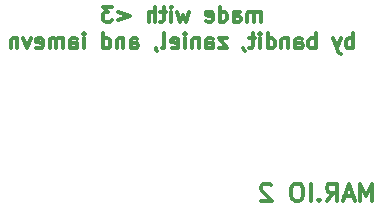
<source format=gbr>
%TF.GenerationSoftware,KiCad,Pcbnew,(5.1.10)-1*%
%TF.CreationDate,2021-05-17T00:39:45-05:00*%
%TF.ProjectId,mario2,6d617269-6f32-42e6-9b69-6361645f7063,rev?*%
%TF.SameCoordinates,Original*%
%TF.FileFunction,Legend,Bot*%
%TF.FilePolarity,Positive*%
%FSLAX46Y46*%
G04 Gerber Fmt 4.6, Leading zero omitted, Abs format (unit mm)*
G04 Created by KiCad (PCBNEW (5.1.10)-1) date 2021-05-17 00:39:45*
%MOMM*%
%LPD*%
G01*
G04 APERTURE LIST*
%ADD10C,0.300000*%
G04 APERTURE END LIST*
D10*
X113334761Y-80743095D02*
X113334761Y-79876428D01*
X113334761Y-80000238D02*
X113272857Y-79938333D01*
X113149047Y-79876428D01*
X112963333Y-79876428D01*
X112839523Y-79938333D01*
X112777619Y-80062142D01*
X112777619Y-80743095D01*
X112777619Y-80062142D02*
X112715714Y-79938333D01*
X112591904Y-79876428D01*
X112406190Y-79876428D01*
X112282380Y-79938333D01*
X112220476Y-80062142D01*
X112220476Y-80743095D01*
X111044285Y-80743095D02*
X111044285Y-80062142D01*
X111106190Y-79938333D01*
X111230000Y-79876428D01*
X111477619Y-79876428D01*
X111601428Y-79938333D01*
X111044285Y-80681190D02*
X111168095Y-80743095D01*
X111477619Y-80743095D01*
X111601428Y-80681190D01*
X111663333Y-80557380D01*
X111663333Y-80433571D01*
X111601428Y-80309761D01*
X111477619Y-80247857D01*
X111168095Y-80247857D01*
X111044285Y-80185952D01*
X109868095Y-80743095D02*
X109868095Y-79443095D01*
X109868095Y-80681190D02*
X109991904Y-80743095D01*
X110239523Y-80743095D01*
X110363333Y-80681190D01*
X110425238Y-80619285D01*
X110487142Y-80495476D01*
X110487142Y-80124047D01*
X110425238Y-80000238D01*
X110363333Y-79938333D01*
X110239523Y-79876428D01*
X109991904Y-79876428D01*
X109868095Y-79938333D01*
X108753809Y-80681190D02*
X108877619Y-80743095D01*
X109125238Y-80743095D01*
X109249047Y-80681190D01*
X109310952Y-80557380D01*
X109310952Y-80062142D01*
X109249047Y-79938333D01*
X109125238Y-79876428D01*
X108877619Y-79876428D01*
X108753809Y-79938333D01*
X108691904Y-80062142D01*
X108691904Y-80185952D01*
X109310952Y-80309761D01*
X107268095Y-79876428D02*
X107020476Y-80743095D01*
X106772857Y-80124047D01*
X106525238Y-80743095D01*
X106277619Y-79876428D01*
X105782380Y-80743095D02*
X105782380Y-79876428D01*
X105782380Y-79443095D02*
X105844285Y-79505000D01*
X105782380Y-79566904D01*
X105720476Y-79505000D01*
X105782380Y-79443095D01*
X105782380Y-79566904D01*
X105349047Y-79876428D02*
X104853809Y-79876428D01*
X105163333Y-79443095D02*
X105163333Y-80557380D01*
X105101428Y-80681190D01*
X104977619Y-80743095D01*
X104853809Y-80743095D01*
X104420476Y-80743095D02*
X104420476Y-79443095D01*
X103863333Y-80743095D02*
X103863333Y-80062142D01*
X103925238Y-79938333D01*
X104049047Y-79876428D01*
X104234761Y-79876428D01*
X104358571Y-79938333D01*
X104420476Y-80000238D01*
X101263333Y-79876428D02*
X102253809Y-80247857D01*
X101263333Y-80619285D01*
X100768095Y-79443095D02*
X99963333Y-79443095D01*
X100396666Y-79938333D01*
X100210952Y-79938333D01*
X100087142Y-80000238D01*
X100025238Y-80062142D01*
X99963333Y-80185952D01*
X99963333Y-80495476D01*
X100025238Y-80619285D01*
X100087142Y-80681190D01*
X100210952Y-80743095D01*
X100582380Y-80743095D01*
X100706190Y-80681190D01*
X100768095Y-80619285D01*
X121165714Y-82993095D02*
X121165714Y-81693095D01*
X121165714Y-82188333D02*
X121041904Y-82126428D01*
X120794285Y-82126428D01*
X120670476Y-82188333D01*
X120608571Y-82250238D01*
X120546666Y-82374047D01*
X120546666Y-82745476D01*
X120608571Y-82869285D01*
X120670476Y-82931190D01*
X120794285Y-82993095D01*
X121041904Y-82993095D01*
X121165714Y-82931190D01*
X120113333Y-82126428D02*
X119803809Y-82993095D01*
X119494285Y-82126428D02*
X119803809Y-82993095D01*
X119927619Y-83302619D01*
X119989523Y-83364523D01*
X120113333Y-83426428D01*
X118008571Y-82993095D02*
X118008571Y-81693095D01*
X118008571Y-82188333D02*
X117884761Y-82126428D01*
X117637142Y-82126428D01*
X117513333Y-82188333D01*
X117451428Y-82250238D01*
X117389523Y-82374047D01*
X117389523Y-82745476D01*
X117451428Y-82869285D01*
X117513333Y-82931190D01*
X117637142Y-82993095D01*
X117884761Y-82993095D01*
X118008571Y-82931190D01*
X116275238Y-82993095D02*
X116275238Y-82312142D01*
X116337142Y-82188333D01*
X116460952Y-82126428D01*
X116708571Y-82126428D01*
X116832380Y-82188333D01*
X116275238Y-82931190D02*
X116399047Y-82993095D01*
X116708571Y-82993095D01*
X116832380Y-82931190D01*
X116894285Y-82807380D01*
X116894285Y-82683571D01*
X116832380Y-82559761D01*
X116708571Y-82497857D01*
X116399047Y-82497857D01*
X116275238Y-82435952D01*
X115656190Y-82126428D02*
X115656190Y-82993095D01*
X115656190Y-82250238D02*
X115594285Y-82188333D01*
X115470476Y-82126428D01*
X115284761Y-82126428D01*
X115160952Y-82188333D01*
X115099047Y-82312142D01*
X115099047Y-82993095D01*
X113922857Y-82993095D02*
X113922857Y-81693095D01*
X113922857Y-82931190D02*
X114046666Y-82993095D01*
X114294285Y-82993095D01*
X114418095Y-82931190D01*
X114480000Y-82869285D01*
X114541904Y-82745476D01*
X114541904Y-82374047D01*
X114480000Y-82250238D01*
X114418095Y-82188333D01*
X114294285Y-82126428D01*
X114046666Y-82126428D01*
X113922857Y-82188333D01*
X113303809Y-82993095D02*
X113303809Y-82126428D01*
X113303809Y-81693095D02*
X113365714Y-81755000D01*
X113303809Y-81816904D01*
X113241904Y-81755000D01*
X113303809Y-81693095D01*
X113303809Y-81816904D01*
X112870476Y-82126428D02*
X112375238Y-82126428D01*
X112684761Y-81693095D02*
X112684761Y-82807380D01*
X112622857Y-82931190D01*
X112499047Y-82993095D01*
X112375238Y-82993095D01*
X111880000Y-82931190D02*
X111880000Y-82993095D01*
X111941904Y-83116904D01*
X112003809Y-83178809D01*
X110456190Y-82126428D02*
X109775238Y-82126428D01*
X110456190Y-82993095D01*
X109775238Y-82993095D01*
X108722857Y-82993095D02*
X108722857Y-82312142D01*
X108784761Y-82188333D01*
X108908571Y-82126428D01*
X109156190Y-82126428D01*
X109280000Y-82188333D01*
X108722857Y-82931190D02*
X108846666Y-82993095D01*
X109156190Y-82993095D01*
X109280000Y-82931190D01*
X109341904Y-82807380D01*
X109341904Y-82683571D01*
X109280000Y-82559761D01*
X109156190Y-82497857D01*
X108846666Y-82497857D01*
X108722857Y-82435952D01*
X108103809Y-82126428D02*
X108103809Y-82993095D01*
X108103809Y-82250238D02*
X108041904Y-82188333D01*
X107918095Y-82126428D01*
X107732380Y-82126428D01*
X107608571Y-82188333D01*
X107546666Y-82312142D01*
X107546666Y-82993095D01*
X106927619Y-82993095D02*
X106927619Y-82126428D01*
X106927619Y-81693095D02*
X106989523Y-81755000D01*
X106927619Y-81816904D01*
X106865714Y-81755000D01*
X106927619Y-81693095D01*
X106927619Y-81816904D01*
X105813333Y-82931190D02*
X105937142Y-82993095D01*
X106184761Y-82993095D01*
X106308571Y-82931190D01*
X106370476Y-82807380D01*
X106370476Y-82312142D01*
X106308571Y-82188333D01*
X106184761Y-82126428D01*
X105937142Y-82126428D01*
X105813333Y-82188333D01*
X105751428Y-82312142D01*
X105751428Y-82435952D01*
X106370476Y-82559761D01*
X105008571Y-82993095D02*
X105132380Y-82931190D01*
X105194285Y-82807380D01*
X105194285Y-81693095D01*
X104451428Y-82931190D02*
X104451428Y-82993095D01*
X104513333Y-83116904D01*
X104575238Y-83178809D01*
X102346666Y-82993095D02*
X102346666Y-82312142D01*
X102408571Y-82188333D01*
X102532380Y-82126428D01*
X102780000Y-82126428D01*
X102903809Y-82188333D01*
X102346666Y-82931190D02*
X102470476Y-82993095D01*
X102780000Y-82993095D01*
X102903809Y-82931190D01*
X102965714Y-82807380D01*
X102965714Y-82683571D01*
X102903809Y-82559761D01*
X102780000Y-82497857D01*
X102470476Y-82497857D01*
X102346666Y-82435952D01*
X101727619Y-82126428D02*
X101727619Y-82993095D01*
X101727619Y-82250238D02*
X101665714Y-82188333D01*
X101541904Y-82126428D01*
X101356190Y-82126428D01*
X101232380Y-82188333D01*
X101170476Y-82312142D01*
X101170476Y-82993095D01*
X99994285Y-82993095D02*
X99994285Y-81693095D01*
X99994285Y-82931190D02*
X100118095Y-82993095D01*
X100365714Y-82993095D01*
X100489523Y-82931190D01*
X100551428Y-82869285D01*
X100613333Y-82745476D01*
X100613333Y-82374047D01*
X100551428Y-82250238D01*
X100489523Y-82188333D01*
X100365714Y-82126428D01*
X100118095Y-82126428D01*
X99994285Y-82188333D01*
X98384761Y-82993095D02*
X98384761Y-82126428D01*
X98384761Y-81693095D02*
X98446666Y-81755000D01*
X98384761Y-81816904D01*
X98322857Y-81755000D01*
X98384761Y-81693095D01*
X98384761Y-81816904D01*
X97208571Y-82993095D02*
X97208571Y-82312142D01*
X97270476Y-82188333D01*
X97394285Y-82126428D01*
X97641904Y-82126428D01*
X97765714Y-82188333D01*
X97208571Y-82931190D02*
X97332380Y-82993095D01*
X97641904Y-82993095D01*
X97765714Y-82931190D01*
X97827619Y-82807380D01*
X97827619Y-82683571D01*
X97765714Y-82559761D01*
X97641904Y-82497857D01*
X97332380Y-82497857D01*
X97208571Y-82435952D01*
X96589523Y-82993095D02*
X96589523Y-82126428D01*
X96589523Y-82250238D02*
X96527619Y-82188333D01*
X96403809Y-82126428D01*
X96218095Y-82126428D01*
X96094285Y-82188333D01*
X96032380Y-82312142D01*
X96032380Y-82993095D01*
X96032380Y-82312142D02*
X95970476Y-82188333D01*
X95846666Y-82126428D01*
X95660952Y-82126428D01*
X95537142Y-82188333D01*
X95475238Y-82312142D01*
X95475238Y-82993095D01*
X94360952Y-82931190D02*
X94484761Y-82993095D01*
X94732380Y-82993095D01*
X94856190Y-82931190D01*
X94918095Y-82807380D01*
X94918095Y-82312142D01*
X94856190Y-82188333D01*
X94732380Y-82126428D01*
X94484761Y-82126428D01*
X94360952Y-82188333D01*
X94299047Y-82312142D01*
X94299047Y-82435952D01*
X94918095Y-82559761D01*
X93865714Y-82126428D02*
X93556190Y-82993095D01*
X93246666Y-82126428D01*
X92751428Y-82126428D02*
X92751428Y-82993095D01*
X92751428Y-82250238D02*
X92689523Y-82188333D01*
X92565714Y-82126428D01*
X92380000Y-82126428D01*
X92256190Y-82188333D01*
X92194285Y-82312142D01*
X92194285Y-82993095D01*
X122788571Y-95928571D02*
X122788571Y-94428571D01*
X122288571Y-95500000D01*
X121788571Y-94428571D01*
X121788571Y-95928571D01*
X121145714Y-95500000D02*
X120431428Y-95500000D01*
X121288571Y-95928571D02*
X120788571Y-94428571D01*
X120288571Y-95928571D01*
X118931428Y-95928571D02*
X119431428Y-95214285D01*
X119788571Y-95928571D02*
X119788571Y-94428571D01*
X119217142Y-94428571D01*
X119074285Y-94500000D01*
X119002857Y-94571428D01*
X118931428Y-94714285D01*
X118931428Y-94928571D01*
X119002857Y-95071428D01*
X119074285Y-95142857D01*
X119217142Y-95214285D01*
X119788571Y-95214285D01*
X118288571Y-95785714D02*
X118217142Y-95857142D01*
X118288571Y-95928571D01*
X118360000Y-95857142D01*
X118288571Y-95785714D01*
X118288571Y-95928571D01*
X117574285Y-95928571D02*
X117574285Y-94428571D01*
X116574285Y-94428571D02*
X116288571Y-94428571D01*
X116145714Y-94500000D01*
X116002857Y-94642857D01*
X115931428Y-94928571D01*
X115931428Y-95428571D01*
X116002857Y-95714285D01*
X116145714Y-95857142D01*
X116288571Y-95928571D01*
X116574285Y-95928571D01*
X116717142Y-95857142D01*
X116860000Y-95714285D01*
X116931428Y-95428571D01*
X116931428Y-94928571D01*
X116860000Y-94642857D01*
X116717142Y-94500000D01*
X116574285Y-94428571D01*
X114217142Y-94571428D02*
X114145714Y-94500000D01*
X114002857Y-94428571D01*
X113645714Y-94428571D01*
X113502857Y-94500000D01*
X113431428Y-94571428D01*
X113360000Y-94714285D01*
X113360000Y-94857142D01*
X113431428Y-95071428D01*
X114288571Y-95928571D01*
X113360000Y-95928571D01*
M02*

</source>
